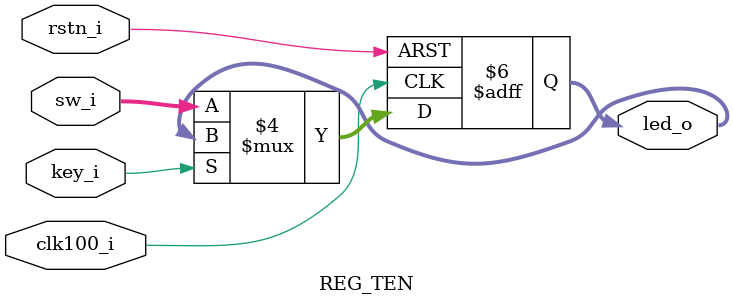
<source format=v>
`timescale 1ns / 1ps

module REG_TEN#(
  parameter DATA_WIDTH = 10
  )
  (
  input                         clk100_i,
  input                         rstn_i,
  input       [DATA_WIDTH-1:0]  sw_i,
  input                         key_i,
 
  output  reg [DATA_WIDTH-1:0]  led_o
  );
  
  
always @( posedge clk100_i or negedge rstn_i ) begin
  if ( !rstn_i )
    led_o[DATA_WIDTH-1:0] <= {DATA_WIDTH{1'b0}};
  else 
      if ( !key_i )
        led_o[DATA_WIDTH-1:0] <= sw_i[DATA_WIDTH-1:0];
  end
  
endmodule
</source>
